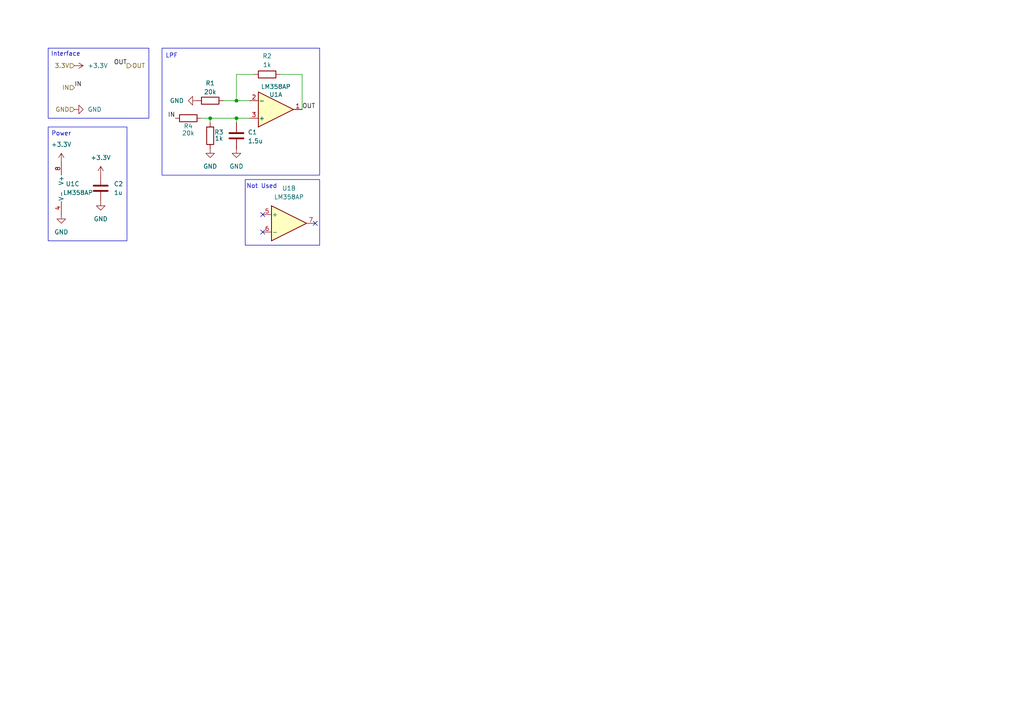
<source format=kicad_sch>
(kicad_sch
	(version 20231120)
	(generator "eeschema")
	(generator_version "8.0")
	(uuid "c47c96b7-62b9-4415-8efd-1784c8d43310")
	(paper "A4")
	(title_block
		(title "Fullmetal Buck Converter")
		(date "2025-02-24")
		(rev "v0")
		(company "Manveer Aujla")
	)
	(lib_symbols
		(symbol "Amplifier_Operational:LM358"
			(pin_names
				(offset 0.127)
			)
			(exclude_from_sim no)
			(in_bom yes)
			(on_board yes)
			(property "Reference" "U"
				(at 0 5.08 0)
				(effects
					(font
						(size 1.27 1.27)
					)
					(justify left)
				)
			)
			(property "Value" "LM358"
				(at 0 -5.08 0)
				(effects
					(font
						(size 1.27 1.27)
					)
					(justify left)
				)
			)
			(property "Footprint" ""
				(at 0 0 0)
				(effects
					(font
						(size 1.27 1.27)
					)
					(hide yes)
				)
			)
			(property "Datasheet" "http://www.ti.com/lit/ds/symlink/lm2904-n.pdf"
				(at 0 0 0)
				(effects
					(font
						(size 1.27 1.27)
					)
					(hide yes)
				)
			)
			(property "Description" "Low-Power, Dual Operational Amplifiers, DIP-8/SOIC-8/TO-99-8"
				(at 0 0 0)
				(effects
					(font
						(size 1.27 1.27)
					)
					(hide yes)
				)
			)
			(property "ki_locked" ""
				(at 0 0 0)
				(effects
					(font
						(size 1.27 1.27)
					)
				)
			)
			(property "ki_keywords" "dual opamp"
				(at 0 0 0)
				(effects
					(font
						(size 1.27 1.27)
					)
					(hide yes)
				)
			)
			(property "ki_fp_filters" "SOIC*3.9x4.9mm*P1.27mm* DIP*W7.62mm* TO*99* OnSemi*Micro8* TSSOP*3x3mm*P0.65mm* TSSOP*4.4x3mm*P0.65mm* MSOP*3x3mm*P0.65mm* SSOP*3.9x4.9mm*P0.635mm* LFCSP*2x2mm*P0.5mm* *SIP* SOIC*5.3x6.2mm*P1.27mm*"
				(at 0 0 0)
				(effects
					(font
						(size 1.27 1.27)
					)
					(hide yes)
				)
			)
			(symbol "LM358_1_1"
				(polyline
					(pts
						(xy -5.08 5.08) (xy 5.08 0) (xy -5.08 -5.08) (xy -5.08 5.08)
					)
					(stroke
						(width 0.254)
						(type default)
					)
					(fill
						(type background)
					)
				)
				(pin output line
					(at 7.62 0 180)
					(length 2.54)
					(name "~"
						(effects
							(font
								(size 1.27 1.27)
							)
						)
					)
					(number "1"
						(effects
							(font
								(size 1.27 1.27)
							)
						)
					)
				)
				(pin input line
					(at -7.62 -2.54 0)
					(length 2.54)
					(name "-"
						(effects
							(font
								(size 1.27 1.27)
							)
						)
					)
					(number "2"
						(effects
							(font
								(size 1.27 1.27)
							)
						)
					)
				)
				(pin input line
					(at -7.62 2.54 0)
					(length 2.54)
					(name "+"
						(effects
							(font
								(size 1.27 1.27)
							)
						)
					)
					(number "3"
						(effects
							(font
								(size 1.27 1.27)
							)
						)
					)
				)
			)
			(symbol "LM358_2_1"
				(polyline
					(pts
						(xy -5.08 5.08) (xy 5.08 0) (xy -5.08 -5.08) (xy -5.08 5.08)
					)
					(stroke
						(width 0.254)
						(type default)
					)
					(fill
						(type background)
					)
				)
				(pin input line
					(at -7.62 2.54 0)
					(length 2.54)
					(name "+"
						(effects
							(font
								(size 1.27 1.27)
							)
						)
					)
					(number "5"
						(effects
							(font
								(size 1.27 1.27)
							)
						)
					)
				)
				(pin input line
					(at -7.62 -2.54 0)
					(length 2.54)
					(name "-"
						(effects
							(font
								(size 1.27 1.27)
							)
						)
					)
					(number "6"
						(effects
							(font
								(size 1.27 1.27)
							)
						)
					)
				)
				(pin output line
					(at 7.62 0 180)
					(length 2.54)
					(name "~"
						(effects
							(font
								(size 1.27 1.27)
							)
						)
					)
					(number "7"
						(effects
							(font
								(size 1.27 1.27)
							)
						)
					)
				)
			)
			(symbol "LM358_3_1"
				(pin power_in line
					(at -2.54 -7.62 90)
					(length 3.81)
					(name "V-"
						(effects
							(font
								(size 1.27 1.27)
							)
						)
					)
					(number "4"
						(effects
							(font
								(size 1.27 1.27)
							)
						)
					)
				)
				(pin power_in line
					(at -2.54 7.62 270)
					(length 3.81)
					(name "V+"
						(effects
							(font
								(size 1.27 1.27)
							)
						)
					)
					(number "8"
						(effects
							(font
								(size 1.27 1.27)
							)
						)
					)
				)
			)
		)
		(symbol "Device:C"
			(pin_numbers hide)
			(pin_names
				(offset 0.254)
			)
			(exclude_from_sim no)
			(in_bom yes)
			(on_board yes)
			(property "Reference" "C"
				(at 0.635 2.54 0)
				(effects
					(font
						(size 1.27 1.27)
					)
					(justify left)
				)
			)
			(property "Value" "C"
				(at 0.635 -2.54 0)
				(effects
					(font
						(size 1.27 1.27)
					)
					(justify left)
				)
			)
			(property "Footprint" ""
				(at 0.9652 -3.81 0)
				(effects
					(font
						(size 1.27 1.27)
					)
					(hide yes)
				)
			)
			(property "Datasheet" "~"
				(at 0 0 0)
				(effects
					(font
						(size 1.27 1.27)
					)
					(hide yes)
				)
			)
			(property "Description" "Unpolarized capacitor"
				(at 0 0 0)
				(effects
					(font
						(size 1.27 1.27)
					)
					(hide yes)
				)
			)
			(property "ki_keywords" "cap capacitor"
				(at 0 0 0)
				(effects
					(font
						(size 1.27 1.27)
					)
					(hide yes)
				)
			)
			(property "ki_fp_filters" "C_*"
				(at 0 0 0)
				(effects
					(font
						(size 1.27 1.27)
					)
					(hide yes)
				)
			)
			(symbol "C_0_1"
				(polyline
					(pts
						(xy -2.032 -0.762) (xy 2.032 -0.762)
					)
					(stroke
						(width 0.508)
						(type default)
					)
					(fill
						(type none)
					)
				)
				(polyline
					(pts
						(xy -2.032 0.762) (xy 2.032 0.762)
					)
					(stroke
						(width 0.508)
						(type default)
					)
					(fill
						(type none)
					)
				)
			)
			(symbol "C_1_1"
				(pin passive line
					(at 0 3.81 270)
					(length 2.794)
					(name "~"
						(effects
							(font
								(size 1.27 1.27)
							)
						)
					)
					(number "1"
						(effects
							(font
								(size 1.27 1.27)
							)
						)
					)
				)
				(pin passive line
					(at 0 -3.81 90)
					(length 2.794)
					(name "~"
						(effects
							(font
								(size 1.27 1.27)
							)
						)
					)
					(number "2"
						(effects
							(font
								(size 1.27 1.27)
							)
						)
					)
				)
			)
		)
		(symbol "Device:R"
			(pin_numbers hide)
			(pin_names
				(offset 0)
			)
			(exclude_from_sim no)
			(in_bom yes)
			(on_board yes)
			(property "Reference" "R"
				(at 2.032 0 90)
				(effects
					(font
						(size 1.27 1.27)
					)
				)
			)
			(property "Value" "R"
				(at 0 0 90)
				(effects
					(font
						(size 1.27 1.27)
					)
				)
			)
			(property "Footprint" ""
				(at -1.778 0 90)
				(effects
					(font
						(size 1.27 1.27)
					)
					(hide yes)
				)
			)
			(property "Datasheet" "~"
				(at 0 0 0)
				(effects
					(font
						(size 1.27 1.27)
					)
					(hide yes)
				)
			)
			(property "Description" "Resistor"
				(at 0 0 0)
				(effects
					(font
						(size 1.27 1.27)
					)
					(hide yes)
				)
			)
			(property "ki_keywords" "R res resistor"
				(at 0 0 0)
				(effects
					(font
						(size 1.27 1.27)
					)
					(hide yes)
				)
			)
			(property "ki_fp_filters" "R_*"
				(at 0 0 0)
				(effects
					(font
						(size 1.27 1.27)
					)
					(hide yes)
				)
			)
			(symbol "R_0_1"
				(rectangle
					(start -1.016 -2.54)
					(end 1.016 2.54)
					(stroke
						(width 0.254)
						(type default)
					)
					(fill
						(type none)
					)
				)
			)
			(symbol "R_1_1"
				(pin passive line
					(at 0 3.81 270)
					(length 1.27)
					(name "~"
						(effects
							(font
								(size 1.27 1.27)
							)
						)
					)
					(number "1"
						(effects
							(font
								(size 1.27 1.27)
							)
						)
					)
				)
				(pin passive line
					(at 0 -3.81 90)
					(length 1.27)
					(name "~"
						(effects
							(font
								(size 1.27 1.27)
							)
						)
					)
					(number "2"
						(effects
							(font
								(size 1.27 1.27)
							)
						)
					)
				)
			)
		)
		(symbol "power:+3.3V"
			(power)
			(pin_numbers hide)
			(pin_names
				(offset 0) hide)
			(exclude_from_sim no)
			(in_bom yes)
			(on_board yes)
			(property "Reference" "#PWR"
				(at 0 -3.81 0)
				(effects
					(font
						(size 1.27 1.27)
					)
					(hide yes)
				)
			)
			(property "Value" "+3.3V"
				(at 0 3.556 0)
				(effects
					(font
						(size 1.27 1.27)
					)
				)
			)
			(property "Footprint" ""
				(at 0 0 0)
				(effects
					(font
						(size 1.27 1.27)
					)
					(hide yes)
				)
			)
			(property "Datasheet" ""
				(at 0 0 0)
				(effects
					(font
						(size 1.27 1.27)
					)
					(hide yes)
				)
			)
			(property "Description" "Power symbol creates a global label with name \"+3.3V\""
				(at 0 0 0)
				(effects
					(font
						(size 1.27 1.27)
					)
					(hide yes)
				)
			)
			(property "ki_keywords" "global power"
				(at 0 0 0)
				(effects
					(font
						(size 1.27 1.27)
					)
					(hide yes)
				)
			)
			(symbol "+3.3V_0_1"
				(polyline
					(pts
						(xy -0.762 1.27) (xy 0 2.54)
					)
					(stroke
						(width 0)
						(type default)
					)
					(fill
						(type none)
					)
				)
				(polyline
					(pts
						(xy 0 0) (xy 0 2.54)
					)
					(stroke
						(width 0)
						(type default)
					)
					(fill
						(type none)
					)
				)
				(polyline
					(pts
						(xy 0 2.54) (xy 0.762 1.27)
					)
					(stroke
						(width 0)
						(type default)
					)
					(fill
						(type none)
					)
				)
			)
			(symbol "+3.3V_1_1"
				(pin power_in line
					(at 0 0 90)
					(length 0)
					(name "~"
						(effects
							(font
								(size 1.27 1.27)
							)
						)
					)
					(number "1"
						(effects
							(font
								(size 1.27 1.27)
							)
						)
					)
				)
			)
		)
		(symbol "power:GND"
			(power)
			(pin_numbers hide)
			(pin_names
				(offset 0) hide)
			(exclude_from_sim no)
			(in_bom yes)
			(on_board yes)
			(property "Reference" "#PWR"
				(at 0 -6.35 0)
				(effects
					(font
						(size 1.27 1.27)
					)
					(hide yes)
				)
			)
			(property "Value" "GND"
				(at 0 -3.81 0)
				(effects
					(font
						(size 1.27 1.27)
					)
				)
			)
			(property "Footprint" ""
				(at 0 0 0)
				(effects
					(font
						(size 1.27 1.27)
					)
					(hide yes)
				)
			)
			(property "Datasheet" ""
				(at 0 0 0)
				(effects
					(font
						(size 1.27 1.27)
					)
					(hide yes)
				)
			)
			(property "Description" "Power symbol creates a global label with name \"GND\" , ground"
				(at 0 0 0)
				(effects
					(font
						(size 1.27 1.27)
					)
					(hide yes)
				)
			)
			(property "ki_keywords" "global power"
				(at 0 0 0)
				(effects
					(font
						(size 1.27 1.27)
					)
					(hide yes)
				)
			)
			(symbol "GND_0_1"
				(polyline
					(pts
						(xy 0 0) (xy 0 -1.27) (xy 1.27 -1.27) (xy 0 -2.54) (xy -1.27 -1.27) (xy 0 -1.27)
					)
					(stroke
						(width 0)
						(type default)
					)
					(fill
						(type none)
					)
				)
			)
			(symbol "GND_1_1"
				(pin power_in line
					(at 0 0 270)
					(length 0)
					(name "~"
						(effects
							(font
								(size 1.27 1.27)
							)
						)
					)
					(number "1"
						(effects
							(font
								(size 1.27 1.27)
							)
						)
					)
				)
			)
		)
	)
	(junction
		(at 68.58 34.29)
		(diameter 0)
		(color 0 0 0 0)
		(uuid "41d110dd-de57-477f-a3d8-bc698fdf120e")
	)
	(junction
		(at 68.58 29.21)
		(diameter 0)
		(color 0 0 0 0)
		(uuid "8cd49b85-95a5-4d2b-a7e8-53355cd61ff9")
	)
	(junction
		(at 60.96 34.29)
		(diameter 0)
		(color 0 0 0 0)
		(uuid "ed025db2-3c02-416d-a858-56099391af4c")
	)
	(no_connect
		(at 76.2 62.23)
		(uuid "9fd50a34-e122-49d0-8e46-10a4714777c2")
	)
	(no_connect
		(at 91.44 64.77)
		(uuid "d703fa42-d4ca-46f8-850e-3b754fc23d1c")
	)
	(no_connect
		(at 76.2 67.31)
		(uuid "fdd78dba-47a0-4cd8-a6a5-fa2114f6f045")
	)
	(wire
		(pts
			(xy 58.42 34.29) (xy 60.96 34.29)
		)
		(stroke
			(width 0)
			(type default)
		)
		(uuid "0927ed56-b5e2-46fe-bdcb-fa9849d1ada8")
	)
	(wire
		(pts
			(xy 87.63 21.59) (xy 87.63 31.75)
		)
		(stroke
			(width 0)
			(type default)
		)
		(uuid "164c028b-8e78-49eb-95f2-9e060a32473b")
	)
	(wire
		(pts
			(xy 81.28 21.59) (xy 87.63 21.59)
		)
		(stroke
			(width 0)
			(type default)
		)
		(uuid "3357c5a7-e8a9-4782-b61c-c4ed4f896cf6")
	)
	(wire
		(pts
			(xy 60.96 35.56) (xy 60.96 34.29)
		)
		(stroke
			(width 0)
			(type default)
		)
		(uuid "35b4c73f-ef97-4d67-92a6-04486deb3293")
	)
	(wire
		(pts
			(xy 68.58 34.29) (xy 72.39 34.29)
		)
		(stroke
			(width 0)
			(type default)
		)
		(uuid "3a157972-25f3-4f44-b187-8ddb48dd71b7")
	)
	(wire
		(pts
			(xy 68.58 35.56) (xy 68.58 34.29)
		)
		(stroke
			(width 0)
			(type default)
		)
		(uuid "3c4fc754-19d4-4ff3-8d66-8ff6d3669950")
	)
	(wire
		(pts
			(xy 60.96 34.29) (xy 68.58 34.29)
		)
		(stroke
			(width 0)
			(type default)
		)
		(uuid "70aa68aa-0b8e-4cc6-a7a8-b4c11a78a95d")
	)
	(wire
		(pts
			(xy 68.58 21.59) (xy 68.58 29.21)
		)
		(stroke
			(width 0)
			(type default)
		)
		(uuid "d569db76-ebc0-45f1-9872-5292bc639a58")
	)
	(wire
		(pts
			(xy 68.58 29.21) (xy 72.39 29.21)
		)
		(stroke
			(width 0)
			(type default)
		)
		(uuid "dd1637b1-59a8-47d4-abcf-7cefc4305927")
	)
	(wire
		(pts
			(xy 73.66 21.59) (xy 68.58 21.59)
		)
		(stroke
			(width 0)
			(type default)
		)
		(uuid "ef64f16a-e214-40a5-8ccd-ca38ff3c1b6e")
	)
	(wire
		(pts
			(xy 64.77 29.21) (xy 68.58 29.21)
		)
		(stroke
			(width 0)
			(type default)
		)
		(uuid "fedb2f38-8f33-4138-9038-5ab2ca4de967")
	)
	(rectangle
		(start 13.97 13.97)
		(end 43.18 34.29)
		(stroke
			(width 0)
			(type default)
		)
		(fill
			(type none)
		)
		(uuid 1e686b56-5ad0-4a22-9761-cf8975b3b89b)
	)
	(rectangle
		(start 71.12 52.07)
		(end 92.71 71.12)
		(stroke
			(width 0)
			(type default)
		)
		(fill
			(type none)
		)
		(uuid b6ea5beb-33d8-4707-8449-fb96f1744251)
	)
	(rectangle
		(start 13.97 36.83)
		(end 36.83 69.85)
		(stroke
			(width 0)
			(type default)
		)
		(fill
			(type none)
		)
		(uuid e43fd2bc-48e4-41f3-ab2d-fc9620f2a4d7)
	)
	(rectangle
		(start 46.99 13.97)
		(end 92.71 50.8)
		(stroke
			(width 0)
			(type default)
		)
		(fill
			(type none)
		)
		(uuid fb9a9aff-4b76-4956-9abc-8ee52de0a132)
	)
	(text "Power"
		(exclude_from_sim no)
		(at 17.78 38.862 0)
		(effects
			(font
				(size 1.27 1.27)
			)
		)
		(uuid "0c747e0b-b346-4066-ae2d-d8e7a4dec6f8")
	)
	(text "Interface\n"
		(exclude_from_sim no)
		(at 19.05 15.748 0)
		(effects
			(font
				(size 1.27 1.27)
			)
		)
		(uuid "aca1e707-ffaa-4808-8be7-1857eb2b5aeb")
	)
	(text "Not Used\n"
		(exclude_from_sim no)
		(at 75.946 54.102 0)
		(effects
			(font
				(size 1.27 1.27)
			)
		)
		(uuid "b44c0381-6359-471c-835a-413a4ac902f7")
	)
	(text "LPF\n"
		(exclude_from_sim no)
		(at 49.784 16.256 0)
		(effects
			(font
				(size 1.27 1.27)
			)
		)
		(uuid "b52d713d-c2dc-4278-a1a5-3b1ded15a4fb")
	)
	(label "IN"
		(at 21.59 25.4 0)
		(fields_autoplaced yes)
		(effects
			(font
				(size 1.27 1.27)
			)
			(justify left bottom)
		)
		(uuid "1e28f879-5e59-4991-b2b1-e6f053a4de13")
	)
	(label "OUT"
		(at 36.83 19.05 180)
		(fields_autoplaced yes)
		(effects
			(font
				(size 1.27 1.27)
			)
			(justify right bottom)
		)
		(uuid "92667108-7528-4e86-ac54-bb80a6d3c0f9")
	)
	(label "OUT"
		(at 87.63 31.75 0)
		(fields_autoplaced yes)
		(effects
			(font
				(size 1.27 1.27)
			)
			(justify left bottom)
		)
		(uuid "b56930ed-2fd5-4722-bb8c-49982f40b557")
	)
	(label "IN"
		(at 50.8 34.29 180)
		(fields_autoplaced yes)
		(effects
			(font
				(size 1.27 1.27)
			)
			(justify right bottom)
		)
		(uuid "ba062bfd-5a29-4a41-86e1-c1329cb4a560")
	)
	(hierarchical_label "OUT"
		(shape output)
		(at 36.83 19.05 0)
		(fields_autoplaced yes)
		(effects
			(font
				(size 1.27 1.27)
			)
			(justify left)
		)
		(uuid "0a13b3ba-5d9b-44fe-a540-587c587a5819")
	)
	(hierarchical_label "IN"
		(shape input)
		(at 21.59 25.4 180)
		(fields_autoplaced yes)
		(effects
			(font
				(size 1.27 1.27)
			)
			(justify right)
		)
		(uuid "378bae29-561f-4404-82be-7dafba478095")
	)
	(hierarchical_label "GND"
		(shape input)
		(at 21.59 31.75 180)
		(fields_autoplaced yes)
		(effects
			(font
				(size 1.27 1.27)
			)
			(justify right)
		)
		(uuid "5a8dc6bd-3f6d-4214-ad2d-2197d4e8b20c")
	)
	(hierarchical_label "3.3V"
		(shape input)
		(at 21.59 19.05 180)
		(fields_autoplaced yes)
		(effects
			(font
				(size 1.27 1.27)
			)
			(justify right)
		)
		(uuid "91dda274-a0ad-4983-b448-6eb94a383242")
	)
	(symbol
		(lib_id "Amplifier_Operational:LM358")
		(at 83.82 64.77 0)
		(unit 2)
		(exclude_from_sim no)
		(in_bom yes)
		(on_board yes)
		(dnp no)
		(fields_autoplaced yes)
		(uuid "02e30450-961c-4a49-bb1a-6933d484808b")
		(property "Reference" "U1"
			(at 83.82 54.61 0)
			(effects
				(font
					(size 1.27 1.27)
				)
			)
		)
		(property "Value" "LM358AP"
			(at 83.82 57.15 0)
			(effects
				(font
					(size 1.27 1.27)
				)
			)
		)
		(property "Footprint" "LM358AP:DIP794W45P254L959H508Q8"
			(at 83.82 64.77 0)
			(effects
				(font
					(size 1.27 1.27)
				)
				(hide yes)
			)
		)
		(property "Datasheet" "https://www.ti.com/general/docs/suppproductinfo.tsp?distId=10&gotoUrl=https%3A%2F%2Fwww.ti.com%2Flit%2Fgpn%2Flm358"
			(at 83.82 64.77 0)
			(effects
				(font
					(size 1.27 1.27)
				)
				(hide yes)
			)
		)
		(property "Description" "General Purpose Amplifier 2 Circuit 8-PDIP"
			(at 83.82 64.77 0)
			(effects
				(font
					(size 1.27 1.27)
				)
				(hide yes)
			)
		)
		(property "Part Number" "LM358AP"
			(at 83.82 64.77 0)
			(effects
				(font
					(size 1.27 1.27)
				)
				(hide yes)
			)
		)
		(pin "8"
			(uuid "3bb44561-92e0-4b4b-9562-8a9427bafeab")
		)
		(pin "5"
			(uuid "a52df096-cdf5-441b-ac43-95c084d1ec59")
		)
		(pin "3"
			(uuid "5cd6dc19-916d-45d1-a584-efbadbf3dbcf")
		)
		(pin "4"
			(uuid "537b80fe-e0b1-4f97-a77f-5b2f706f2e1e")
		)
		(pin "7"
			(uuid "1f5c51a1-9951-49f6-bc07-7980ea10caf2")
		)
		(pin "2"
			(uuid "ded1b8ce-582a-41f6-925e-b6258baacd43")
		)
		(pin "1"
			(uuid "94b4dbf0-3975-4774-9c5b-6a814966f918")
		)
		(pin "6"
			(uuid "945d6be5-95e4-4f77-a468-3c1a5a265682")
		)
		(instances
			(project ""
				(path "/d7438cf5-4402-49b7-a315-23661e727289/7d347043-a501-4d5b-bf0b-b6724412ee81"
					(reference "U1")
					(unit 2)
				)
			)
		)
	)
	(symbol
		(lib_id "power:+3.3V")
		(at 21.59 19.05 270)
		(unit 1)
		(exclude_from_sim no)
		(in_bom yes)
		(on_board yes)
		(dnp no)
		(fields_autoplaced yes)
		(uuid "08fda38c-cffc-4f74-82c7-1202ae802fe2")
		(property "Reference" "#PWR09"
			(at 17.78 19.05 0)
			(effects
				(font
					(size 1.27 1.27)
				)
				(hide yes)
			)
		)
		(property "Value" "+3.3V"
			(at 25.4 19.0499 90)
			(effects
				(font
					(size 1.27 1.27)
				)
				(justify left)
			)
		)
		(property "Footprint" ""
			(at 21.59 19.05 0)
			(effects
				(font
					(size 1.27 1.27)
				)
				(hide yes)
			)
		)
		(property "Datasheet" ""
			(at 21.59 19.05 0)
			(effects
				(font
					(size 1.27 1.27)
				)
				(hide yes)
			)
		)
		(property "Description" "Power symbol creates a global label with name \"+3.3V\""
			(at 21.59 19.05 0)
			(effects
				(font
					(size 1.27 1.27)
				)
				(hide yes)
			)
		)
		(pin "1"
			(uuid "8bb5d91f-ea3c-40aa-91c5-6c84841b989e")
		)
		(instances
			(project ""
				(path "/d7438cf5-4402-49b7-a315-23661e727289/7d347043-a501-4d5b-bf0b-b6724412ee81"
					(reference "#PWR09")
					(unit 1)
				)
			)
		)
	)
	(symbol
		(lib_id "power:GND")
		(at 17.78 62.23 0)
		(unit 1)
		(exclude_from_sim no)
		(in_bom yes)
		(on_board yes)
		(dnp no)
		(fields_autoplaced yes)
		(uuid "2c4a618d-0fb6-45c6-a204-ed7e55c7788a")
		(property "Reference" "#PWR010"
			(at 17.78 68.58 0)
			(effects
				(font
					(size 1.27 1.27)
				)
				(hide yes)
			)
		)
		(property "Value" "GND"
			(at 17.78 67.31 0)
			(effects
				(font
					(size 1.27 1.27)
				)
			)
		)
		(property "Footprint" ""
			(at 17.78 62.23 0)
			(effects
				(font
					(size 1.27 1.27)
				)
				(hide yes)
			)
		)
		(property "Datasheet" ""
			(at 17.78 62.23 0)
			(effects
				(font
					(size 1.27 1.27)
				)
				(hide yes)
			)
		)
		(property "Description" "Power symbol creates a global label with name \"GND\" , ground"
			(at 17.78 62.23 0)
			(effects
				(font
					(size 1.27 1.27)
				)
				(hide yes)
			)
		)
		(pin "1"
			(uuid "afedb79d-ac91-4ca3-9bcd-766fb95e52ce")
		)
		(instances
			(project "MyFirstBuck"
				(path "/d7438cf5-4402-49b7-a315-23661e727289/7d347043-a501-4d5b-bf0b-b6724412ee81"
					(reference "#PWR010")
					(unit 1)
				)
			)
		)
	)
	(symbol
		(lib_id "Device:R")
		(at 60.96 39.37 180)
		(unit 1)
		(exclude_from_sim no)
		(in_bom yes)
		(on_board yes)
		(dnp no)
		(uuid "34e61332-7a93-43f1-8f72-e93ae655f8c1")
		(property "Reference" "R3"
			(at 63.5 38.354 0)
			(effects
				(font
					(size 1.27 1.27)
				)
			)
		)
		(property "Value" "1k"
			(at 63.5 40.132 0)
			(effects
				(font
					(size 1.27 1.27)
				)
			)
		)
		(property "Footprint" "Resistor_SMD:R_0805_2012Metric_Pad1.20x1.40mm_HandSolder"
			(at 62.738 39.37 90)
			(effects
				(font
					(size 1.27 1.27)
				)
				(hide yes)
			)
		)
		(property "Datasheet" "https://www.seielect.com/catalog/sei-rmcf_rmcp.pdf"
			(at 60.96 39.37 0)
			(effects
				(font
					(size 1.27 1.27)
				)
				(hide yes)
			)
		)
		(property "Description" "1 kOhms ±1% 0.125W, 1/8W Chip Resistor 0805 (2012 Metric) Automotive AEC-Q200 Thick Film"
			(at 60.96 39.37 0)
			(effects
				(font
					(size 1.27 1.27)
				)
				(hide yes)
			)
		)
		(property "Part Number" "RMCF0805FT1K00"
			(at 60.96 39.37 0)
			(effects
				(font
					(size 1.27 1.27)
				)
				(hide yes)
			)
		)
		(pin "1"
			(uuid "4dc99725-d8f7-4e75-9388-14516bba72a0")
		)
		(pin "2"
			(uuid "77b47216-2441-4be2-8212-f20a3a44e500")
		)
		(instances
			(project "MyFirstBuck"
				(path "/d7438cf5-4402-49b7-a315-23661e727289/7d347043-a501-4d5b-bf0b-b6724412ee81"
					(reference "R3")
					(unit 1)
				)
			)
		)
	)
	(symbol
		(lib_id "power:+3.3V")
		(at 17.78 46.99 0)
		(unit 1)
		(exclude_from_sim no)
		(in_bom yes)
		(on_board yes)
		(dnp no)
		(fields_autoplaced yes)
		(uuid "56755a2a-9bbe-4856-881f-abdf6d45ea4f")
		(property "Reference" "#PWR012"
			(at 17.78 50.8 0)
			(effects
				(font
					(size 1.27 1.27)
				)
				(hide yes)
			)
		)
		(property "Value" "+3.3V"
			(at 17.78 41.91 0)
			(effects
				(font
					(size 1.27 1.27)
				)
			)
		)
		(property "Footprint" ""
			(at 17.78 46.99 0)
			(effects
				(font
					(size 1.27 1.27)
				)
				(hide yes)
			)
		)
		(property "Datasheet" ""
			(at 17.78 46.99 0)
			(effects
				(font
					(size 1.27 1.27)
				)
				(hide yes)
			)
		)
		(property "Description" "Power symbol creates a global label with name \"+3.3V\""
			(at 17.78 46.99 0)
			(effects
				(font
					(size 1.27 1.27)
				)
				(hide yes)
			)
		)
		(pin "1"
			(uuid "7a3c3656-a768-4322-8d43-9f07671e4037")
		)
		(instances
			(project "MyFirstBuck"
				(path "/d7438cf5-4402-49b7-a315-23661e727289/7d347043-a501-4d5b-bf0b-b6724412ee81"
					(reference "#PWR012")
					(unit 1)
				)
			)
		)
	)
	(symbol
		(lib_id "Device:R")
		(at 77.47 21.59 90)
		(unit 1)
		(exclude_from_sim no)
		(in_bom yes)
		(on_board yes)
		(dnp no)
		(uuid "6624acc4-92bd-489b-85de-352d03550509")
		(property "Reference" "R2"
			(at 77.47 16.256 90)
			(effects
				(font
					(size 1.27 1.27)
				)
			)
		)
		(property "Value" "1k"
			(at 77.47 18.796 90)
			(effects
				(font
					(size 1.27 1.27)
				)
			)
		)
		(property "Footprint" "Resistor_SMD:R_0805_2012Metric_Pad1.20x1.40mm_HandSolder"
			(at 77.47 23.368 90)
			(effects
				(font
					(size 1.27 1.27)
				)
				(hide yes)
			)
		)
		(property "Datasheet" "https://www.seielect.com/catalog/sei-rmcf_rmcp.pdf"
			(at 77.47 21.59 0)
			(effects
				(font
					(size 1.27 1.27)
				)
				(hide yes)
			)
		)
		(property "Description" "1 kOhms ±1% 0.125W, 1/8W Chip Resistor 0805 (2012 Metric) Automotive AEC-Q200 Thick Film"
			(at 77.47 21.59 0)
			(effects
				(font
					(size 1.27 1.27)
				)
				(hide yes)
			)
		)
		(property "Part Number" "RMCF0805FT1K00"
			(at 77.47 21.59 0)
			(effects
				(font
					(size 1.27 1.27)
				)
				(hide yes)
			)
		)
		(pin "1"
			(uuid "ce11de23-48dd-45c5-bce6-5450e692f0ae")
		)
		(pin "2"
			(uuid "882a5c2c-3f78-4b96-ad4c-7636456c62ab")
		)
		(instances
			(project "MyFirstBuck"
				(path "/d7438cf5-4402-49b7-a315-23661e727289/7d347043-a501-4d5b-bf0b-b6724412ee81"
					(reference "R2")
					(unit 1)
				)
			)
		)
	)
	(symbol
		(lib_id "power:+3.3V")
		(at 29.21 50.8 0)
		(unit 1)
		(exclude_from_sim no)
		(in_bom yes)
		(on_board yes)
		(dnp no)
		(fields_autoplaced yes)
		(uuid "77bf66bb-baf5-43e4-9c51-68f3bc2b4195")
		(property "Reference" "#PWR016"
			(at 29.21 54.61 0)
			(effects
				(font
					(size 1.27 1.27)
				)
				(hide yes)
			)
		)
		(property "Value" "+3.3V"
			(at 29.21 45.72 0)
			(effects
				(font
					(size 1.27 1.27)
				)
			)
		)
		(property "Footprint" ""
			(at 29.21 50.8 0)
			(effects
				(font
					(size 1.27 1.27)
				)
				(hide yes)
			)
		)
		(property "Datasheet" ""
			(at 29.21 50.8 0)
			(effects
				(font
					(size 1.27 1.27)
				)
				(hide yes)
			)
		)
		(property "Description" "Power symbol creates a global label with name \"+3.3V\""
			(at 29.21 50.8 0)
			(effects
				(font
					(size 1.27 1.27)
				)
				(hide yes)
			)
		)
		(pin "1"
			(uuid "43d0724f-da26-463b-8619-b53c8ad56b9a")
		)
		(instances
			(project "MyFirstBuck"
				(path "/d7438cf5-4402-49b7-a315-23661e727289/7d347043-a501-4d5b-bf0b-b6724412ee81"
					(reference "#PWR016")
					(unit 1)
				)
			)
		)
	)
	(symbol
		(lib_id "power:GND")
		(at 29.21 58.42 0)
		(unit 1)
		(exclude_from_sim no)
		(in_bom yes)
		(on_board yes)
		(dnp no)
		(fields_autoplaced yes)
		(uuid "83407f9e-85eb-4e58-b65c-a03a504644d0")
		(property "Reference" "#PWR017"
			(at 29.21 64.77 0)
			(effects
				(font
					(size 1.27 1.27)
				)
				(hide yes)
			)
		)
		(property "Value" "GND"
			(at 29.21 63.5 0)
			(effects
				(font
					(size 1.27 1.27)
				)
			)
		)
		(property "Footprint" ""
			(at 29.21 58.42 0)
			(effects
				(font
					(size 1.27 1.27)
				)
				(hide yes)
			)
		)
		(property "Datasheet" ""
			(at 29.21 58.42 0)
			(effects
				(font
					(size 1.27 1.27)
				)
				(hide yes)
			)
		)
		(property "Description" "Power symbol creates a global label with name \"GND\" , ground"
			(at 29.21 58.42 0)
			(effects
				(font
					(size 1.27 1.27)
				)
				(hide yes)
			)
		)
		(pin "1"
			(uuid "d520f8c0-f34e-434f-ae18-0d86d8c4ea8b")
		)
		(instances
			(project "MyFirstBuck"
				(path "/d7438cf5-4402-49b7-a315-23661e727289/7d347043-a501-4d5b-bf0b-b6724412ee81"
					(reference "#PWR017")
					(unit 1)
				)
			)
		)
	)
	(symbol
		(lib_id "power:GND")
		(at 57.15 29.21 270)
		(unit 1)
		(exclude_from_sim no)
		(in_bom yes)
		(on_board yes)
		(dnp no)
		(fields_autoplaced yes)
		(uuid "bde6d339-0a8e-4ecc-8ef6-fc27171814e1")
		(property "Reference" "#PWR015"
			(at 50.8 29.21 0)
			(effects
				(font
					(size 1.27 1.27)
				)
				(hide yes)
			)
		)
		(property "Value" "GND"
			(at 53.34 29.2099 90)
			(effects
				(font
					(size 1.27 1.27)
				)
				(justify right)
			)
		)
		(property "Footprint" ""
			(at 57.15 29.21 0)
			(effects
				(font
					(size 1.27 1.27)
				)
				(hide yes)
			)
		)
		(property "Datasheet" ""
			(at 57.15 29.21 0)
			(effects
				(font
					(size 1.27 1.27)
				)
				(hide yes)
			)
		)
		(property "Description" "Power symbol creates a global label with name \"GND\" , ground"
			(at 57.15 29.21 0)
			(effects
				(font
					(size 1.27 1.27)
				)
				(hide yes)
			)
		)
		(pin "1"
			(uuid "f3aa2462-d5fc-4fae-88bc-e1e52c2c56ee")
		)
		(instances
			(project "MyFirstBuck"
				(path "/d7438cf5-4402-49b7-a315-23661e727289/7d347043-a501-4d5b-bf0b-b6724412ee81"
					(reference "#PWR015")
					(unit 1)
				)
			)
		)
	)
	(symbol
		(lib_id "Device:C")
		(at 29.21 54.61 0)
		(unit 1)
		(exclude_from_sim no)
		(in_bom yes)
		(on_board yes)
		(dnp no)
		(fields_autoplaced yes)
		(uuid "bf1808f5-7aef-48fc-8c38-4c5d1776db6a")
		(property "Reference" "C2"
			(at 33.02 53.3399 0)
			(effects
				(font
					(size 1.27 1.27)
				)
				(justify left)
			)
		)
		(property "Value" "1u"
			(at 33.02 55.8799 0)
			(effects
				(font
					(size 1.27 1.27)
				)
				(justify left)
			)
		)
		(property "Footprint" "Capacitor_SMD:C_0805_2012Metric_Pad1.18x1.45mm_HandSolder"
			(at 30.1752 58.42 0)
			(effects
				(font
					(size 1.27 1.27)
				)
				(hide yes)
			)
		)
		(property "Datasheet" "https://www.vishay.com/docs/40179/tmcp.pdf"
			(at 29.21 54.61 0)
			(effects
				(font
					(size 1.27 1.27)
				)
				(hide yes)
			)
		)
		(property "Description" "1 µF Molded Tantalum Capacitors 20 V 0805 (2012 Metric) 11Ohm @ 100kHz"
			(at 29.21 54.61 0)
			(effects
				(font
					(size 1.27 1.27)
				)
				(hide yes)
			)
		)
		(property "Part Number" "TMCP1D105MTRF"
			(at 29.21 54.61 0)
			(effects
				(font
					(size 1.27 1.27)
				)
				(hide yes)
			)
		)
		(pin "1"
			(uuid "da6edbf1-5228-4ba2-bcea-356506adea11")
		)
		(pin "2"
			(uuid "f9fd801f-8701-4932-b84c-75f95a2b1aee")
		)
		(instances
			(project ""
				(path "/d7438cf5-4402-49b7-a315-23661e727289/7d347043-a501-4d5b-bf0b-b6724412ee81"
					(reference "C2")
					(unit 1)
				)
			)
		)
	)
	(symbol
		(lib_id "power:GND")
		(at 21.59 31.75 90)
		(unit 1)
		(exclude_from_sim no)
		(in_bom yes)
		(on_board yes)
		(dnp no)
		(fields_autoplaced yes)
		(uuid "c2d5f826-c7b6-4117-8f7d-f0ee9fd49fc0")
		(property "Reference" "#PWR011"
			(at 27.94 31.75 0)
			(effects
				(font
					(size 1.27 1.27)
				)
				(hide yes)
			)
		)
		(property "Value" "GND"
			(at 25.4 31.7499 90)
			(effects
				(font
					(size 1.27 1.27)
				)
				(justify right)
			)
		)
		(property "Footprint" ""
			(at 21.59 31.75 0)
			(effects
				(font
					(size 1.27 1.27)
				)
				(hide yes)
			)
		)
		(property "Datasheet" ""
			(at 21.59 31.75 0)
			(effects
				(font
					(size 1.27 1.27)
				)
				(hide yes)
			)
		)
		(property "Description" "Power symbol creates a global label with name \"GND\" , ground"
			(at 21.59 31.75 0)
			(effects
				(font
					(size 1.27 1.27)
				)
				(hide yes)
			)
		)
		(pin "1"
			(uuid "a3c8963d-51d9-4a14-933c-6e4c1fba9116")
		)
		(instances
			(project ""
				(path "/d7438cf5-4402-49b7-a315-23661e727289/7d347043-a501-4d5b-bf0b-b6724412ee81"
					(reference "#PWR011")
					(unit 1)
				)
			)
		)
	)
	(symbol
		(lib_id "Device:R")
		(at 60.96 29.21 90)
		(unit 1)
		(exclude_from_sim no)
		(in_bom yes)
		(on_board yes)
		(dnp no)
		(uuid "c3b5a04e-dc44-4968-866a-1b96f157fb9d")
		(property "Reference" "R1"
			(at 60.96 24.13 90)
			(effects
				(font
					(size 1.27 1.27)
				)
			)
		)
		(property "Value" "20k"
			(at 60.96 26.67 90)
			(effects
				(font
					(size 1.27 1.27)
				)
			)
		)
		(property "Footprint" "Resistor_SMD:R_0805_2012Metric_Pad1.20x1.40mm_HandSolder"
			(at 60.96 30.988 90)
			(effects
				(font
					(size 1.27 1.27)
				)
				(hide yes)
			)
		)
		(property "Datasheet" "https://www.yageo.com/upload/media/product/products/datasheet/rchip/PYu-RC_Group_51_RoHS_L_12.pdf"
			(at 60.96 29.21 0)
			(effects
				(font
					(size 1.27 1.27)
				)
				(hide yes)
			)
		)
		(property "Description" "20 kOhms ±1% 0.125W, 1/8W Chip Resistor 0805 (2012 Metric) Moisture Resistant Thick Film"
			(at 60.96 29.21 0)
			(effects
				(font
					(size 1.27 1.27)
				)
				(hide yes)
			)
		)
		(property "Part Number" "RC0805FR-0720KL"
			(at 60.96 29.21 0)
			(effects
				(font
					(size 1.27 1.27)
				)
				(hide yes)
			)
		)
		(pin "1"
			(uuid "1f762599-67dc-4569-88b5-70ced726ef00")
		)
		(pin "2"
			(uuid "17decbb2-3f82-456c-bb9b-95f01885c3a1")
		)
		(instances
			(project ""
				(path "/d7438cf5-4402-49b7-a315-23661e727289/7d347043-a501-4d5b-bf0b-b6724412ee81"
					(reference "R1")
					(unit 1)
				)
			)
		)
	)
	(symbol
		(lib_id "Amplifier_Operational:LM358")
		(at 20.32 54.61 0)
		(unit 3)
		(exclude_from_sim no)
		(in_bom yes)
		(on_board yes)
		(dnp no)
		(uuid "d77c9508-3226-4fe9-b2a9-734f1652ba14")
		(property "Reference" "U1"
			(at 19.05 53.3399 0)
			(effects
				(font
					(size 1.27 1.27)
				)
				(justify left)
			)
		)
		(property "Value" "LM358AP"
			(at 18.288 55.88 0)
			(effects
				(font
					(size 1.27 1.27)
				)
				(justify left)
			)
		)
		(property "Footprint" "LM358AP:DIP794W45P254L959H508Q8"
			(at 20.32 54.61 0)
			(effects
				(font
					(size 1.27 1.27)
				)
				(hide yes)
			)
		)
		(property "Datasheet" "https://www.ti.com/general/docs/suppproductinfo.tsp?distId=10&gotoUrl=https%3A%2F%2Fwww.ti.com%2Flit%2Fgpn%2Flm358"
			(at 20.32 54.61 0)
			(effects
				(font
					(size 1.27 1.27)
				)
				(hide yes)
			)
		)
		(property "Description" "General Purpose Amplifier 2 Circuit 8-PDIP"
			(at 20.32 54.61 0)
			(effects
				(font
					(size 1.27 1.27)
				)
				(hide yes)
			)
		)
		(property "Part Number" "LM358AP"
			(at 20.32 54.61 0)
			(effects
				(font
					(size 1.27 1.27)
				)
				(hide yes)
			)
		)
		(pin "8"
			(uuid "3bb44561-92e0-4b4b-9562-8a9427bafeac")
		)
		(pin "5"
			(uuid "a52df096-cdf5-441b-ac43-95c084d1ec5a")
		)
		(pin "3"
			(uuid "5cd6dc19-916d-45d1-a584-efbadbf3dbd0")
		)
		(pin "4"
			(uuid "537b80fe-e0b1-4f97-a77f-5b2f706f2e1f")
		)
		(pin "7"
			(uuid "1f5c51a1-9951-49f6-bc07-7980ea10caf3")
		)
		(pin "2"
			(uuid "ded1b8ce-582a-41f6-925e-b6258baacd44")
		)
		(pin "1"
			(uuid "94b4dbf0-3975-4774-9c5b-6a814966f919")
		)
		(pin "6"
			(uuid "945d6be5-95e4-4f77-a468-3c1a5a265683")
		)
		(instances
			(project ""
				(path "/d7438cf5-4402-49b7-a315-23661e727289/7d347043-a501-4d5b-bf0b-b6724412ee81"
					(reference "U1")
					(unit 3)
				)
			)
		)
	)
	(symbol
		(lib_id "power:GND")
		(at 60.96 43.18 0)
		(unit 1)
		(exclude_from_sim no)
		(in_bom yes)
		(on_board yes)
		(dnp no)
		(fields_autoplaced yes)
		(uuid "dd2dff28-59dc-4c06-bd83-2ccdf281c0be")
		(property "Reference" "#PWR014"
			(at 60.96 49.53 0)
			(effects
				(font
					(size 1.27 1.27)
				)
				(hide yes)
			)
		)
		(property "Value" "GND"
			(at 60.96 48.26 0)
			(effects
				(font
					(size 1.27 1.27)
				)
			)
		)
		(property "Footprint" ""
			(at 60.96 43.18 0)
			(effects
				(font
					(size 1.27 1.27)
				)
				(hide yes)
			)
		)
		(property "Datasheet" ""
			(at 60.96 43.18 0)
			(effects
				(font
					(size 1.27 1.27)
				)
				(hide yes)
			)
		)
		(property "Description" "Power symbol creates a global label with name \"GND\" , ground"
			(at 60.96 43.18 0)
			(effects
				(font
					(size 1.27 1.27)
				)
				(hide yes)
			)
		)
		(pin "1"
			(uuid "2f3394e5-686f-43db-9619-12862b3611c8")
		)
		(instances
			(project "MyFirstBuck"
				(path "/d7438cf5-4402-49b7-a315-23661e727289/7d347043-a501-4d5b-bf0b-b6724412ee81"
					(reference "#PWR014")
					(unit 1)
				)
			)
		)
	)
	(symbol
		(lib_id "Device:C")
		(at 68.58 39.37 0)
		(unit 1)
		(exclude_from_sim no)
		(in_bom yes)
		(on_board yes)
		(dnp no)
		(uuid "e0651340-87a4-47b5-bb27-467959521114")
		(property "Reference" "C1"
			(at 71.882 38.354 0)
			(effects
				(font
					(size 1.27 1.27)
				)
				(justify left)
			)
		)
		(property "Value" "1.5u"
			(at 71.882 40.894 0)
			(effects
				(font
					(size 1.27 1.27)
				)
				(justify left)
			)
		)
		(property "Footprint" "Capacitor_SMD:C_0805_2012Metric_Pad1.18x1.45mm_HandSolder"
			(at 69.5452 43.18 0)
			(effects
				(font
					(size 1.27 1.27)
				)
				(hide yes)
			)
		)
		(property "Datasheet" "https://product.tdk.com/system/files/dam/doc/product/capacitor/ceramic/mlcc/catalog/mlcc_automotive_general_en.pdf"
			(at 68.58 39.37 0)
			(effects
				(font
					(size 1.27 1.27)
				)
				(hide yes)
			)
		)
		(property "Description" "1.5 µF ±10% 50V Ceramic Capacitor X7R 0805 (2012 Metric)"
			(at 68.58 39.37 0)
			(effects
				(font
					(size 1.27 1.27)
				)
				(hide yes)
			)
		)
		(property "Part Number" "CGA4J3X7R1H155K125AB"
			(at 68.58 39.37 0)
			(effects
				(font
					(size 1.27 1.27)
				)
				(hide yes)
			)
		)
		(pin "2"
			(uuid "c8970170-ca44-4d5d-9e89-5a1fcec7d368")
		)
		(pin "1"
			(uuid "b9c3399e-f1eb-408b-9fb7-c00e91261ae9")
		)
		(instances
			(project ""
				(path "/d7438cf5-4402-49b7-a315-23661e727289/7d347043-a501-4d5b-bf0b-b6724412ee81"
					(reference "C1")
					(unit 1)
				)
			)
		)
	)
	(symbol
		(lib_id "Amplifier_Operational:LM358")
		(at 80.01 31.75 0)
		(mirror x)
		(unit 1)
		(exclude_from_sim no)
		(in_bom yes)
		(on_board yes)
		(dnp no)
		(uuid "e0984163-fcaf-4e7e-81a1-c8fa4c23aac8")
		(property "Reference" "U1"
			(at 80.01 27.432 0)
			(effects
				(font
					(size 1.27 1.27)
				)
			)
		)
		(property "Value" "LM358AP"
			(at 80.01 25.146 0)
			(effects
				(font
					(size 1.27 1.27)
				)
			)
		)
		(property "Footprint" "LM358AP:DIP794W45P254L959H508Q8"
			(at 80.01 31.75 0)
			(effects
				(font
					(size 1.27 1.27)
				)
				(hide yes)
			)
		)
		(property "Datasheet" "https://www.ti.com/general/docs/suppproductinfo.tsp?distId=10&gotoUrl=https%3A%2F%2Fwww.ti.com%2Flit%2Fgpn%2Flm358"
			(at 80.01 31.75 0)
			(effects
				(font
					(size 1.27 1.27)
				)
				(hide yes)
			)
		)
		(property "Description" "General Purpose Amplifier 2 Circuit 8-PDIP"
			(at 80.01 31.75 0)
			(effects
				(font
					(size 1.27 1.27)
				)
				(hide yes)
			)
		)
		(property "Part Number" "LM358AP"
			(at 80.01 31.75 0)
			(effects
				(font
					(size 1.27 1.27)
				)
				(hide yes)
			)
		)
		(pin "8"
			(uuid "3bb44561-92e0-4b4b-9562-8a9427bafead")
		)
		(pin "5"
			(uuid "a52df096-cdf5-441b-ac43-95c084d1ec5b")
		)
		(pin "3"
			(uuid "5cd6dc19-916d-45d1-a584-efbadbf3dbd1")
		)
		(pin "4"
			(uuid "537b80fe-e0b1-4f97-a77f-5b2f706f2e20")
		)
		(pin "7"
			(uuid "1f5c51a1-9951-49f6-bc07-7980ea10caf4")
		)
		(pin "2"
			(uuid "ded1b8ce-582a-41f6-925e-b6258baacd45")
		)
		(pin "1"
			(uuid "94b4dbf0-3975-4774-9c5b-6a814966f91a")
		)
		(pin "6"
			(uuid "945d6be5-95e4-4f77-a468-3c1a5a265684")
		)
		(instances
			(project ""
				(path "/d7438cf5-4402-49b7-a315-23661e727289/7d347043-a501-4d5b-bf0b-b6724412ee81"
					(reference "U1")
					(unit 1)
				)
			)
		)
	)
	(symbol
		(lib_id "power:GND")
		(at 68.58 43.18 0)
		(unit 1)
		(exclude_from_sim no)
		(in_bom yes)
		(on_board yes)
		(dnp no)
		(fields_autoplaced yes)
		(uuid "f289318b-5076-4904-b98a-83cb339f13e1")
		(property "Reference" "#PWR013"
			(at 68.58 49.53 0)
			(effects
				(font
					(size 1.27 1.27)
				)
				(hide yes)
			)
		)
		(property "Value" "GND"
			(at 68.58 48.26 0)
			(effects
				(font
					(size 1.27 1.27)
				)
			)
		)
		(property "Footprint" ""
			(at 68.58 43.18 0)
			(effects
				(font
					(size 1.27 1.27)
				)
				(hide yes)
			)
		)
		(property "Datasheet" ""
			(at 68.58 43.18 0)
			(effects
				(font
					(size 1.27 1.27)
				)
				(hide yes)
			)
		)
		(property "Description" "Power symbol creates a global label with name \"GND\" , ground"
			(at 68.58 43.18 0)
			(effects
				(font
					(size 1.27 1.27)
				)
				(hide yes)
			)
		)
		(pin "1"
			(uuid "2a640da7-ebf8-4edc-bab8-cb1e777e4c72")
		)
		(instances
			(project ""
				(path "/d7438cf5-4402-49b7-a315-23661e727289/7d347043-a501-4d5b-bf0b-b6724412ee81"
					(reference "#PWR013")
					(unit 1)
				)
			)
		)
	)
	(symbol
		(lib_id "Device:R")
		(at 54.61 34.29 90)
		(unit 1)
		(exclude_from_sim no)
		(in_bom yes)
		(on_board yes)
		(dnp no)
		(uuid "f503e11d-5912-4d66-87d9-a51784fea598")
		(property "Reference" "R4"
			(at 54.61 36.576 90)
			(effects
				(font
					(size 1.27 1.27)
				)
			)
		)
		(property "Value" "20k"
			(at 54.61 38.608 90)
			(effects
				(font
					(size 1.27 1.27)
				)
			)
		)
		(property "Footprint" "Resistor_SMD:R_0805_2012Metric_Pad1.20x1.40mm_HandSolder"
			(at 54.61 36.068 90)
			(effects
				(font
					(size 1.27 1.27)
				)
				(hide yes)
			)
		)
		(property "Datasheet" "https://www.yageo.com/upload/media/product/products/datasheet/rchip/PYu-RC_Group_51_RoHS_L_12.pdf"
			(at 54.61 34.29 0)
			(effects
				(font
					(size 1.27 1.27)
				)
				(hide yes)
			)
		)
		(property "Description" "20 kOhms ±1% 0.125W, 1/8W Chip Resistor 0805 (2012 Metric) Moisture Resistant Thick Film"
			(at 54.61 34.29 0)
			(effects
				(font
					(size 1.27 1.27)
				)
				(hide yes)
			)
		)
		(property "Part Number" "RC0805FR-0720KL"
			(at 54.61 34.29 0)
			(effects
				(font
					(size 1.27 1.27)
				)
				(hide yes)
			)
		)
		(pin "1"
			(uuid "4573e03d-97ea-436a-8c41-fa2b2bbf2521")
		)
		(pin "2"
			(uuid "4c86fc03-eb85-4ebe-b69f-476274a63e69")
		)
		(instances
			(project "MyFirstBuck"
				(path "/d7438cf5-4402-49b7-a315-23661e727289/7d347043-a501-4d5b-bf0b-b6724412ee81"
					(reference "R4")
					(unit 1)
				)
			)
		)
	)
)

</source>
